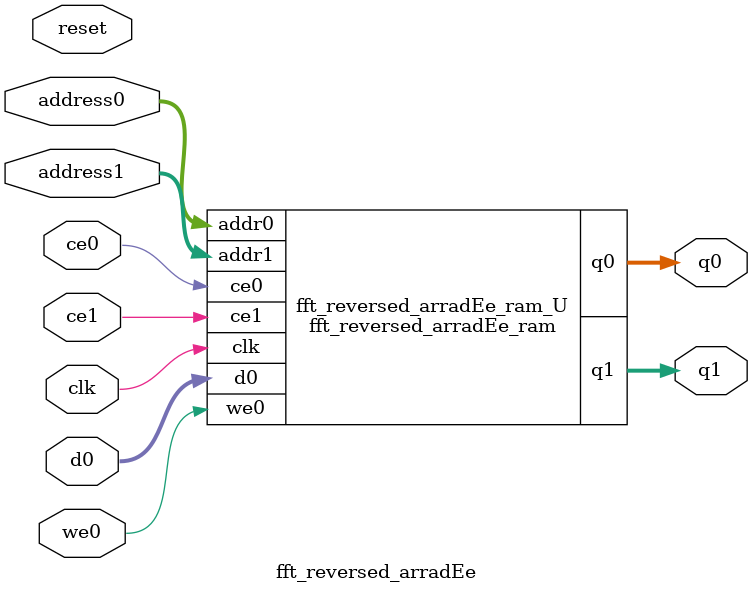
<source format=v>
`timescale 1 ns / 1 ps
module fft_reversed_arradEe_ram (addr0, ce0, d0, we0, q0, addr1, ce1, q1,  clk);

parameter DWIDTH = 32;
parameter AWIDTH = 3;
parameter MEM_SIZE = 8;

input[AWIDTH-1:0] addr0;
input ce0;
input[DWIDTH-1:0] d0;
input we0;
output reg[DWIDTH-1:0] q0;
input[AWIDTH-1:0] addr1;
input ce1;
output reg[DWIDTH-1:0] q1;
input clk;

(* ram_style = "distributed" *)reg [DWIDTH-1:0] ram[0:MEM_SIZE-1];




always @(posedge clk)  
begin 
    if (ce0) 
    begin
        if (we0) 
        begin 
            ram[addr0] <= d0; 
        end 
        q0 <= ram[addr0];
    end
end


always @(posedge clk)  
begin 
    if (ce1) 
    begin
        q1 <= ram[addr1];
    end
end


endmodule

`timescale 1 ns / 1 ps
module fft_reversed_arradEe(
    reset,
    clk,
    address0,
    ce0,
    we0,
    d0,
    q0,
    address1,
    ce1,
    q1);

parameter DataWidth = 32'd32;
parameter AddressRange = 32'd8;
parameter AddressWidth = 32'd3;
input reset;
input clk;
input[AddressWidth - 1:0] address0;
input ce0;
input we0;
input[DataWidth - 1:0] d0;
output[DataWidth - 1:0] q0;
input[AddressWidth - 1:0] address1;
input ce1;
output[DataWidth - 1:0] q1;



fft_reversed_arradEe_ram fft_reversed_arradEe_ram_U(
    .clk( clk ),
    .addr0( address0 ),
    .ce0( ce0 ),
    .we0( we0 ),
    .d0( d0 ),
    .q0( q0 ),
    .addr1( address1 ),
    .ce1( ce1 ),
    .q1( q1 ));

endmodule


</source>
